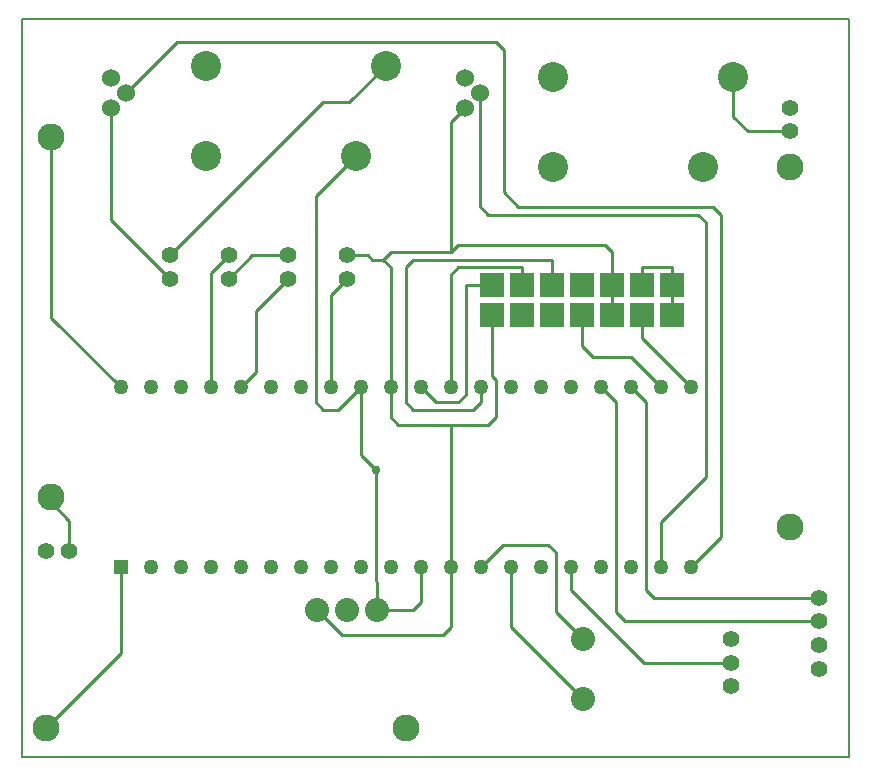
<source format=gbr>
G04 PROTEUS GERBER X2 FILE*
%TF.GenerationSoftware,Labcenter,Proteus,8.12-SP0-Build30713*%
%TF.CreationDate,2021-09-16T14:44:57+00:00*%
%TF.FileFunction,Copper,L2,Bot*%
%TF.FilePolarity,Positive*%
%TF.Part,Single*%
%TF.SameCoordinates,{034bc27d-0c73-46ba-bb4b-be9bc49d2133}*%
%FSLAX45Y45*%
%MOMM*%
G01*
%TA.AperFunction,Conductor*%
%ADD10C,0.254000*%
%TA.AperFunction,ViaPad*%
%ADD11C,0.762000*%
%TA.AperFunction,ComponentPad*%
%ADD12R,1.270000X1.270000*%
%ADD13C,1.270000*%
%TA.AperFunction,ComponentPad*%
%ADD14C,2.286000*%
%TA.AperFunction,ComponentPad*%
%ADD15C,2.540000*%
%TA.AperFunction,ComponentPad*%
%ADD16R,2.032000X2.032000*%
%TA.AperFunction,ComponentPad*%
%ADD17C,2.032000*%
%TA.AperFunction,WasherPad*%
%ADD18C,1.397000*%
%TA.AperFunction,ComponentPad*%
%ADD19C,1.524000*%
%TA.AperFunction,Profile*%
%ADD71C,0.203200*%
%TD.AperFunction*%
D10*
X+635000Y-889000D02*
X+825500Y-698500D01*
X+1206500Y-698500D01*
X+1270000Y-762000D01*
X+1270000Y-1270000D01*
X+1500000Y-1500000D01*
X+1500000Y-2008000D02*
X+889000Y-1397000D01*
X+889000Y-889000D01*
X-2413000Y-889000D02*
X-2413000Y-1615000D01*
X-3048000Y-2250000D01*
X+2774000Y+3262000D02*
X+2774000Y+2921000D01*
X+2895000Y+2800000D01*
X+3250000Y+2800000D01*
X-170000Y+3356000D02*
X-478000Y+3048000D01*
X-702000Y+3048000D01*
X-2000000Y+1750000D01*
X-3000000Y-298000D02*
X-3050000Y-298000D01*
X-2850000Y-498000D01*
X-2850000Y-750000D01*
X+2159000Y-889000D02*
X+2159000Y-508000D01*
X+2540000Y-127000D01*
X+2540000Y+2032000D01*
X+2476500Y+2095500D01*
X+698500Y+2095500D01*
X+627000Y+2167000D01*
X+627000Y+3123000D01*
X-635000Y+635000D02*
X-635000Y+1415000D01*
X-500000Y+1550000D01*
X-1397000Y+635000D02*
X-1270000Y+762000D01*
X-1270000Y+1280000D01*
X-1000000Y+1550000D01*
X-1651000Y+635000D02*
X-1651000Y+1599000D01*
X-1500000Y+1750000D01*
X-2000000Y+1550000D02*
X-2500000Y+2050000D01*
X-2500000Y+2996000D01*
X+1746000Y+1500000D02*
X+1746000Y+1778000D01*
X+1682500Y+1841500D01*
X+444500Y+1841500D01*
X+381000Y+1778000D01*
X+381000Y-889000D02*
X+381000Y-1397000D01*
X+317500Y-1460500D01*
X-543500Y-1460500D01*
X-754000Y-1250000D01*
X+381000Y+317500D02*
X+698500Y+317500D01*
X+762000Y+381000D01*
X+762000Y+698500D01*
X+730000Y+730500D01*
X+730000Y+1246000D01*
X+381000Y+1778000D02*
X+381000Y+2877000D01*
X+500000Y+2996000D01*
X-127000Y+635000D02*
X-127000Y+381000D01*
X-63500Y+317500D01*
X+381000Y+317500D01*
X-1500000Y+1550000D02*
X-1300000Y+1750000D01*
X-1000000Y+1750000D01*
X-190500Y+1714500D02*
X-127000Y+1778000D01*
X+381000Y+1778000D01*
X-500000Y+1750000D02*
X-317500Y+1750000D01*
X-282000Y+1714500D01*
X-190500Y+1714500D01*
X+381000Y-889000D02*
X+381000Y+317500D01*
X-127000Y+635000D02*
X-127000Y+1651000D01*
X-190500Y+1714500D01*
X+2254000Y+1500000D02*
X+2254000Y+1651000D01*
X+2000000Y+1651000D01*
X+2000000Y+1500000D01*
X+2254000Y+1500000D02*
X+2254000Y+1246000D01*
X+1746000Y+1500000D02*
X+1746000Y+1246000D01*
X+1397000Y-889000D02*
X+1397000Y-1079500D01*
X+2017500Y-1700000D01*
X+2750000Y-1700000D01*
X+1905000Y+635000D02*
X+2032000Y+508000D01*
X+2032000Y-1079500D01*
X+2102500Y-1150000D01*
X+3500000Y-1150000D01*
X+1651000Y+635000D02*
X+1778000Y+508000D01*
X+1778000Y-1270000D01*
X+1858000Y-1350000D01*
X+3500000Y-1350000D01*
X+635000Y+635000D02*
X+635000Y+508000D01*
X+571500Y+444500D01*
X+63500Y+444500D01*
X+0Y+508000D01*
X+0Y+1651000D01*
X+63500Y+1714500D01*
X+1238000Y+1714500D01*
X+1238000Y+1500000D01*
X+381000Y+635000D02*
X+381000Y+1587500D01*
X+444500Y+1651000D01*
X+984000Y+1651000D01*
X+984000Y+1500000D01*
X+127000Y+635000D02*
X+254000Y+508000D01*
X+444500Y+508000D01*
X+508000Y+571500D01*
X+508000Y+1500000D01*
X+730000Y+1500000D01*
X+2413000Y+635000D02*
X+2000000Y+1048000D01*
X+2000000Y+1246000D01*
X+2159000Y+635000D02*
X+1905000Y+889000D01*
X+1587500Y+889000D01*
X+1492000Y+984500D01*
X+1492000Y+1246000D01*
X-2413000Y+635000D02*
X-3000000Y+1222000D01*
X-3000000Y+2750000D01*
X+2413000Y-889000D02*
X+2667000Y-635000D01*
X+2667000Y+2095500D01*
X+2603500Y+2159000D01*
X+952500Y+2159000D01*
X+828205Y+2283295D01*
X+828205Y+3492500D01*
X+764705Y+3556000D01*
X-1940000Y+3556000D01*
X-2373000Y+3123000D01*
X-246000Y-1250000D02*
X+63500Y-1250000D01*
X+127000Y-1186500D01*
X+127000Y-889000D01*
X-381000Y+635000D02*
X-381000Y+63500D01*
X-254000Y-63500D01*
X-381000Y+635000D02*
X-571500Y+444500D01*
X-698500Y+444500D01*
X-762000Y+508000D01*
X-762000Y+2256000D01*
X-424000Y+2594000D01*
X-246000Y-1250000D02*
X-246000Y-1016000D01*
X-254000Y-1008000D01*
X-254000Y-63500D01*
D11*
X-254000Y-63500D03*
D12*
X-2413000Y-889000D03*
D13*
X-2159000Y-889000D03*
X-1905000Y-889000D03*
X-1651000Y-889000D03*
X-1397000Y-889000D03*
X-1143000Y-889000D03*
X-889000Y-889000D03*
X-635000Y-889000D03*
X-381000Y-889000D03*
X-127000Y-889000D03*
X+127000Y-889000D03*
X+381000Y-889000D03*
X+635000Y-889000D03*
X+889000Y-889000D03*
X+1143000Y-889000D03*
X+1397000Y-889000D03*
X+1651000Y-889000D03*
X+1905000Y-889000D03*
X+2159000Y-889000D03*
X+2413000Y-889000D03*
X+2413000Y+635000D03*
X+2159000Y+635000D03*
X+1905000Y+635000D03*
X+1651000Y+635000D03*
X+1397000Y+635000D03*
X+1143000Y+635000D03*
X+889000Y+635000D03*
X+635000Y+635000D03*
X+381000Y+635000D03*
X+127000Y+635000D03*
X-127000Y+635000D03*
X-381000Y+635000D03*
X-635000Y+635000D03*
X-889000Y+635000D03*
X-1143000Y+635000D03*
X-1397000Y+635000D03*
X-1651000Y+635000D03*
X-1905000Y+635000D03*
X-2159000Y+635000D03*
X-2413000Y+635000D03*
D14*
X+0Y-2250000D03*
X-3048000Y-2250000D03*
D15*
X-1694000Y+2594000D03*
X-1694000Y+3356000D03*
X-170000Y+3356000D03*
X-424000Y+2594000D03*
X+1250000Y+2500000D03*
X+1250000Y+3262000D03*
X+2774000Y+3262000D03*
X+2520000Y+2500000D03*
D14*
X+3250000Y-548000D03*
X+3250000Y+2500000D03*
D16*
X+730000Y+1246000D03*
X+984000Y+1246000D03*
X+1238000Y+1246000D03*
X+1492000Y+1246000D03*
X+1746000Y+1246000D03*
X+2000000Y+1246000D03*
X+2254000Y+1246000D03*
X+2254000Y+1500000D03*
X+2000000Y+1500000D03*
X+1746000Y+1500000D03*
X+1492000Y+1500000D03*
X+1238000Y+1500000D03*
X+984000Y+1500000D03*
X+730000Y+1500000D03*
D14*
X-3000000Y+2750000D03*
X-3000000Y-298000D03*
D17*
X+1500000Y-1500000D03*
X+1500000Y-2008000D03*
X-246000Y-1250000D03*
X-500000Y-1250000D03*
X-754000Y-1250000D03*
D18*
X+3500000Y-1150000D03*
X+3500000Y-1350000D03*
X+3500000Y-1550000D03*
X+3500000Y-1750000D03*
D19*
X-2500000Y+3250000D03*
X-2373000Y+3123000D03*
X-2500000Y+2996000D03*
X+500000Y+3250000D03*
X+627000Y+3123000D03*
X+500000Y+2996000D03*
D18*
X+2750000Y-1900000D03*
X+2750000Y-1700000D03*
X+2750000Y-1500000D03*
X-500000Y+1750000D03*
X-500000Y+1550000D03*
X+3250000Y+2800000D03*
X+3250000Y+3000000D03*
X-1500000Y+1750000D03*
X-1500000Y+1550000D03*
X-2850000Y-750000D03*
X-3050000Y-750000D03*
X-1000000Y+1750000D03*
X-1000000Y+1550000D03*
X-2000000Y+1750000D03*
X-2000000Y+1550000D03*
D71*
X-3250000Y-2500000D02*
X+3750000Y-2500000D01*
X+3750000Y+3750000D01*
X-3250000Y+3750000D01*
X-3250000Y-2500000D01*
M02*

</source>
